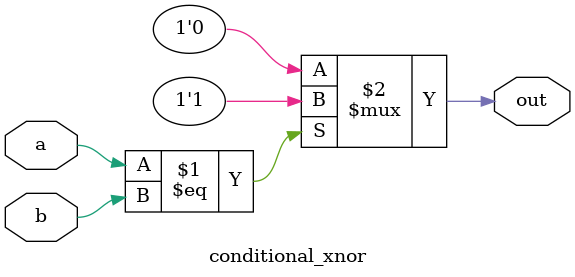
<source format=v>
module conditional_xnor (
  input a,
  input b,
  output out
);

  assign out = (a == b) ? 1'b1 : 1'b0; // XNOR using conditional expression (XOR and invert both)

endmodule

</source>
